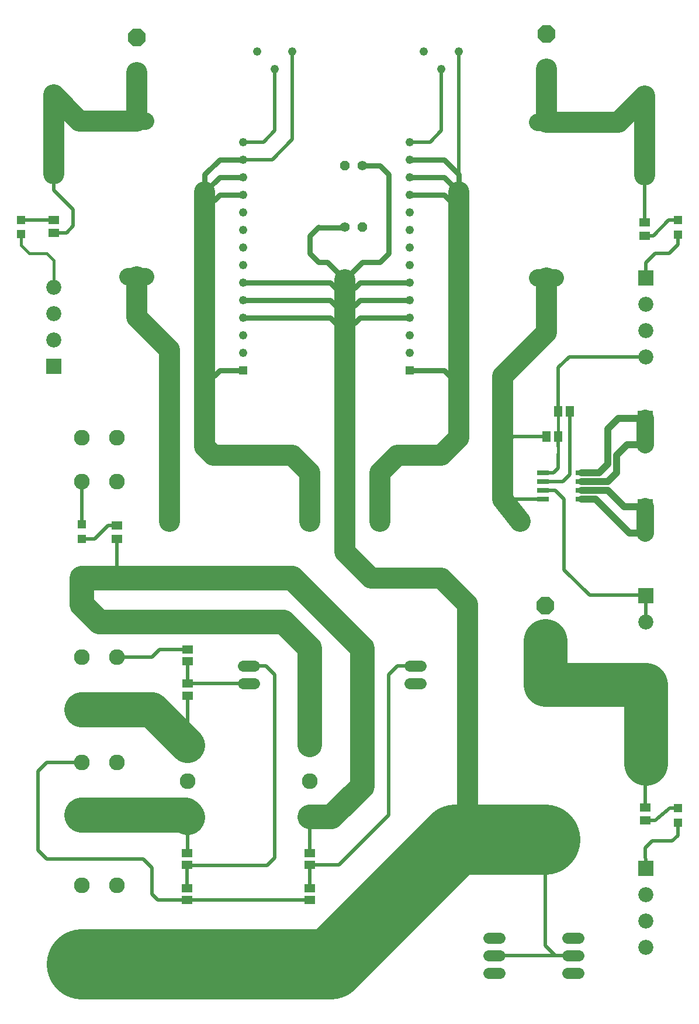
<source format=gtl>
G75*
%MOIN*%
%OFA0B0*%
%FSLAX24Y24*%
%IPPOS*%
%LPD*%
%AMOC8*
5,1,8,0,0,1.08239X$1,22.5*
%
%ADD10R,0.0480X0.0480*%
%ADD11C,0.0480*%
%ADD12R,0.0860X0.0860*%
%ADD13C,0.0860*%
%ADD14C,0.0900*%
%ADD15R,0.0900X0.0900*%
%ADD16R,0.0630X0.0512*%
%ADD17R,0.0472X0.0472*%
%ADD18R,0.0689X0.0256*%
%ADD19R,0.0512X0.0591*%
%ADD20R,0.0591X0.0512*%
%ADD21C,0.0630*%
%ADD22OC8,0.0550*%
%ADD23C,0.0550*%
%ADD24C,0.1000*%
%ADD25OC8,0.1000*%
%ADD26C,0.1000*%
%ADD27C,0.2000*%
%ADD28C,0.0200*%
%ADD29C,0.1400*%
%ADD30C,0.2500*%
%ADD31C,0.0160*%
%ADD32C,0.0300*%
%ADD33C,0.1200*%
%ADD34C,0.4000*%
%ADD35C,0.0400*%
D10*
X017601Y038800D03*
X027101Y038800D03*
D11*
X027101Y039800D03*
X027101Y040800D03*
X027101Y041800D03*
X027101Y042800D03*
X027101Y043800D03*
X027101Y044800D03*
X027101Y045800D03*
X027101Y046800D03*
X027101Y047800D03*
X027101Y048800D03*
X027101Y049800D03*
X027101Y050800D03*
X027101Y051800D03*
X028901Y055950D03*
X029901Y056950D03*
X027901Y056950D03*
X020401Y056950D03*
X019401Y055950D03*
X018401Y056950D03*
X017601Y051800D03*
X017601Y050800D03*
X017601Y049800D03*
X017601Y048800D03*
X017601Y047800D03*
X017601Y046800D03*
X017601Y045800D03*
X017601Y044800D03*
X017601Y043800D03*
X017601Y042800D03*
X017601Y041800D03*
X017601Y040800D03*
X017601Y039800D03*
D12*
X006779Y039014D03*
X006779Y049984D03*
X040503Y054426D03*
X040573Y044056D03*
X040533Y036056D03*
X040533Y031026D03*
X040563Y025976D03*
X040553Y020896D03*
X040543Y010426D03*
D13*
X040543Y008926D03*
X040543Y007426D03*
X040543Y005926D03*
X040553Y016396D03*
X040553Y017896D03*
X040553Y019396D03*
X040563Y024476D03*
X040533Y029526D03*
X040533Y034556D03*
X040573Y039556D03*
X040573Y041056D03*
X040573Y042556D03*
X040503Y049926D03*
X040503Y051426D03*
X040503Y052926D03*
X006779Y052984D03*
X006779Y051484D03*
X006779Y054484D03*
X006779Y043514D03*
X006779Y042014D03*
X006779Y040514D03*
D14*
X008401Y004950D03*
X010401Y004950D03*
X010401Y009450D03*
X008401Y009450D03*
X008401Y013450D03*
X010401Y013450D03*
X010401Y016450D03*
X008401Y016450D03*
X008401Y019450D03*
X010401Y019450D03*
X010401Y022450D03*
X008401Y022450D03*
X008401Y026950D03*
X010401Y026950D03*
X013401Y030200D03*
X010401Y032450D03*
X008401Y032450D03*
X008401Y034950D03*
X010401Y034950D03*
X021401Y030200D03*
X025401Y030200D03*
X033401Y030200D03*
X021401Y015400D03*
X021401Y013350D03*
X014411Y013340D03*
X014411Y015390D03*
D15*
X014411Y017440D03*
X021401Y017450D03*
D16*
X010401Y029206D03*
X010401Y029954D03*
X006781Y046626D03*
X006781Y047374D03*
X040501Y047214D03*
X040501Y046466D03*
X040541Y013894D03*
X040541Y013146D03*
D17*
X042401Y013037D03*
X042401Y013863D03*
X042401Y046537D03*
X042401Y047363D03*
X008401Y030013D03*
X008401Y029187D03*
X004911Y046547D03*
X004911Y047373D03*
D18*
X034696Y032950D03*
X034696Y032450D03*
X034696Y031950D03*
X034696Y031450D03*
X036901Y031450D03*
X036901Y031950D03*
X036901Y032450D03*
X036901Y032950D03*
D19*
X035566Y035030D03*
X034896Y035030D03*
X035566Y036450D03*
X036236Y036450D03*
D20*
X021401Y011285D03*
X021401Y010615D03*
X021401Y009285D03*
X021401Y008615D03*
X014401Y008615D03*
X014401Y009285D03*
X014401Y010615D03*
X014401Y011285D03*
X014431Y020275D03*
X014431Y020945D03*
X014431Y022215D03*
X014431Y022885D03*
D21*
X017586Y021950D02*
X018216Y021950D01*
X018216Y020950D02*
X017586Y020950D01*
X027086Y020950D02*
X027716Y020950D01*
X027716Y021950D02*
X027086Y021950D01*
X031586Y006450D02*
X032216Y006450D01*
X032216Y005450D02*
X031586Y005450D01*
X031586Y004450D02*
X032216Y004450D01*
X036086Y004450D02*
X036716Y004450D01*
X036716Y005450D02*
X036086Y005450D01*
X036086Y006450D02*
X036716Y006450D01*
D22*
X024401Y046950D03*
X023401Y050450D03*
D23*
X024401Y050450D03*
X023401Y046950D03*
D24*
X034891Y055960D03*
X011521Y055750D03*
X034811Y023380D03*
D25*
X034811Y025380D03*
X034891Y057960D03*
X011521Y057750D03*
D26*
X012021Y052990D02*
X011021Y052990D01*
X011021Y044130D02*
X012021Y044130D01*
X034401Y044070D02*
X035401Y044070D01*
X040533Y036056D02*
X040533Y034556D01*
X040533Y031026D02*
X040533Y029526D01*
X035311Y020890D02*
X034311Y020890D01*
X034311Y012030D02*
X035311Y012030D01*
X035401Y052930D02*
X034401Y052930D01*
D27*
X012401Y019450D02*
X010401Y019450D01*
X008401Y019450D01*
X012401Y019450D02*
X014411Y017440D01*
X014301Y013450D02*
X014411Y013340D01*
X014301Y013450D02*
X010401Y013450D01*
X008401Y013450D01*
D28*
X006401Y010950D02*
X005901Y011450D01*
X005901Y015950D01*
X006401Y016450D01*
X008401Y016450D01*
X006401Y010950D02*
X011901Y010950D01*
X012401Y010450D01*
X012401Y008950D01*
X012736Y008615D01*
X014401Y008615D01*
X021401Y008615D01*
X021401Y009285D02*
X021401Y010615D01*
X023066Y010615D01*
X025901Y013450D01*
X025901Y021450D01*
X026401Y021950D01*
X027401Y021950D01*
X021401Y013350D02*
X021401Y011285D01*
X019401Y011040D02*
X018971Y010610D01*
X014406Y010610D01*
X014401Y010615D01*
X014401Y009285D01*
X014401Y011285D02*
X014411Y011295D01*
X014411Y013340D01*
X014411Y017440D02*
X014431Y017460D01*
X014431Y020275D01*
X014431Y020945D02*
X017896Y020945D01*
X017901Y020950D01*
X017901Y021950D02*
X018901Y021950D01*
X019401Y021450D01*
X019401Y011040D01*
X014431Y020945D02*
X014431Y022215D01*
X014431Y022885D02*
X012836Y022885D01*
X012401Y022450D01*
X010401Y022450D01*
X010401Y026950D02*
X010401Y029206D01*
X010397Y029950D02*
X009901Y029950D01*
X009138Y029187D01*
X008401Y029187D01*
X008401Y030013D02*
X008401Y032450D01*
X010401Y029954D02*
X010397Y029950D01*
X007511Y046630D02*
X006785Y046630D01*
X007511Y046630D02*
X007901Y047020D01*
X007901Y047950D01*
X006779Y049072D01*
X006779Y049984D01*
X006781Y047374D02*
X004911Y047373D01*
X017601Y050800D02*
X019251Y050800D01*
X020401Y051950D01*
X020401Y056950D01*
X019401Y055950D02*
X019401Y052450D01*
X018751Y051800D01*
X017601Y051800D01*
X027101Y051800D02*
X028251Y051800D01*
X028901Y052450D01*
X028901Y055950D01*
X029901Y056950D02*
X029901Y049950D01*
X036181Y039570D02*
X040560Y039570D01*
X040573Y039556D01*
X040571Y044059D02*
X040571Y044930D01*
X041091Y045450D01*
X041901Y045450D01*
X042401Y045950D01*
X042401Y046537D01*
X042398Y047360D02*
X041871Y047360D01*
X040977Y046466D01*
X040501Y046466D01*
X040503Y047216D02*
X040503Y049926D01*
X036181Y039570D02*
X035566Y038955D01*
X035566Y036450D01*
X036236Y036450D02*
X036236Y032855D01*
X035831Y032450D01*
X034696Y032450D01*
X034696Y031950D02*
X035401Y031950D01*
X035901Y031450D01*
X035901Y027430D01*
X037351Y025980D01*
X040560Y025980D01*
X040563Y025976D01*
X040563Y024476D01*
X034696Y031450D02*
X032401Y031450D01*
X034696Y032950D02*
X035281Y032950D01*
X035561Y033230D01*
X035561Y034025D01*
X035566Y034449D02*
X035566Y035030D01*
X034896Y035030D02*
X032981Y035030D01*
X032401Y034450D01*
X040553Y016396D02*
X040541Y013894D01*
X040541Y013146D02*
X041091Y013150D01*
X041911Y013860D01*
X042401Y013863D01*
X042401Y013037D02*
X042401Y012310D01*
X042071Y011980D01*
X040931Y011980D01*
X040541Y011590D01*
X040543Y010426D01*
X036401Y005450D02*
X035401Y005450D01*
X034811Y006040D01*
X034811Y012060D01*
X035401Y005450D02*
X031901Y005450D01*
D29*
X022641Y013350D02*
X024401Y015110D01*
X024401Y022950D01*
X020401Y026950D01*
X010401Y026950D01*
X008401Y026950D01*
X008401Y025450D01*
X009401Y024450D01*
X019901Y024450D01*
X021401Y022950D01*
X021401Y017450D01*
X021401Y013350D02*
X022641Y013350D01*
D30*
X034811Y020890D02*
X034811Y023380D01*
X034817Y020896D02*
X034811Y020890D01*
X034817Y020896D02*
X040553Y020896D01*
X040553Y019396D01*
X040553Y017896D01*
X040553Y016396D01*
D31*
X035561Y034025D02*
X035566Y035030D01*
X035566Y034449D02*
X035566Y036450D01*
X040573Y044056D02*
X040571Y044059D01*
X040501Y047214D02*
X040503Y047216D01*
X042398Y047360D02*
X042401Y047363D01*
X006785Y046630D02*
X006781Y046626D01*
X006391Y045450D02*
X006791Y045050D01*
X006791Y043526D01*
X006779Y043514D01*
X006391Y045450D02*
X005401Y045450D01*
X004911Y045940D01*
X004911Y046547D01*
D32*
X015401Y047950D02*
X016251Y048800D01*
X017601Y048800D01*
X017601Y049800D02*
X016251Y049800D01*
X015401Y048950D01*
X015401Y049950D01*
X016251Y050800D01*
X017601Y050800D01*
X021901Y046950D02*
X021401Y046450D01*
X021401Y045450D01*
X021901Y044950D01*
X022401Y044950D01*
X023401Y043950D01*
X024401Y044950D01*
X025401Y044950D01*
X025901Y045450D01*
X025901Y049950D01*
X025401Y050450D01*
X024401Y050450D01*
X027101Y050800D02*
X029051Y050800D01*
X029901Y049950D01*
X029901Y048950D01*
X029051Y049800D01*
X027101Y049800D01*
X027101Y048800D02*
X029051Y048800D01*
X029901Y047950D01*
X027101Y043800D02*
X024251Y043800D01*
X023401Y042950D01*
X022551Y043800D01*
X017601Y043800D01*
X017601Y042800D02*
X022551Y042800D01*
X023401Y041950D01*
X024251Y042800D01*
X027101Y042800D01*
X027101Y041800D02*
X024251Y041800D01*
X023401Y040950D01*
X022551Y041800D01*
X017601Y041800D01*
X017601Y038800D02*
X016251Y038800D01*
X015401Y037950D01*
X021911Y046940D02*
X023401Y046940D01*
X023401Y046950D01*
X021911Y046940D02*
X021901Y046950D01*
X027101Y038800D02*
X029051Y038800D01*
X029901Y037950D01*
D33*
X029901Y034950D01*
X028901Y033950D01*
X026401Y033950D01*
X025401Y032950D01*
X025401Y030200D01*
X023401Y028450D02*
X023401Y040950D01*
X023401Y041950D01*
X023401Y042950D01*
X023401Y043950D01*
X029901Y047950D02*
X029901Y037950D01*
X032401Y038450D02*
X034901Y040950D01*
X034901Y044070D01*
X032401Y038450D02*
X032401Y034450D01*
X032401Y031450D01*
X033401Y030200D01*
X028901Y026950D02*
X030401Y025450D01*
X030401Y013560D01*
X031901Y012060D01*
X028901Y026950D02*
X024901Y026950D01*
X023401Y028450D01*
X021401Y030200D02*
X021401Y032950D01*
X020401Y033950D01*
X015901Y033950D01*
X015401Y034450D01*
X015401Y037950D01*
X015401Y047950D01*
X015401Y048950D01*
X011521Y052990D02*
X008272Y052990D01*
X006779Y054484D01*
X006779Y052984D01*
X006779Y051484D01*
X006779Y049984D01*
X011521Y052990D02*
X011521Y055750D01*
X011521Y044130D02*
X011521Y041830D01*
X013401Y039950D01*
X013401Y030200D01*
X029901Y047950D02*
X029901Y048950D01*
X034891Y052940D02*
X034901Y052930D01*
X039007Y052930D01*
X040503Y054426D01*
X040503Y052926D01*
X040500Y052930D01*
X040503Y052926D02*
X040503Y051426D01*
X040503Y049926D01*
X034891Y052940D02*
X034891Y055960D01*
D34*
X034811Y012060D02*
X031901Y012060D01*
X029701Y012060D01*
X022591Y004950D01*
X010401Y004950D01*
X008401Y004950D01*
D35*
X036901Y031450D02*
X037701Y031450D01*
X039631Y029520D01*
X040527Y029520D01*
X040533Y029526D01*
X040527Y031020D02*
X039321Y031020D01*
X038391Y031950D01*
X036901Y031950D01*
X036901Y032450D02*
X038401Y032450D01*
X038901Y032950D01*
X038901Y033950D01*
X039507Y034556D01*
X040533Y034556D01*
X040533Y036056D02*
X039007Y036056D01*
X038401Y035450D01*
X038401Y033450D01*
X037901Y032950D01*
X036901Y032950D01*
X040527Y031020D02*
X040533Y031026D01*
M02*

</source>
